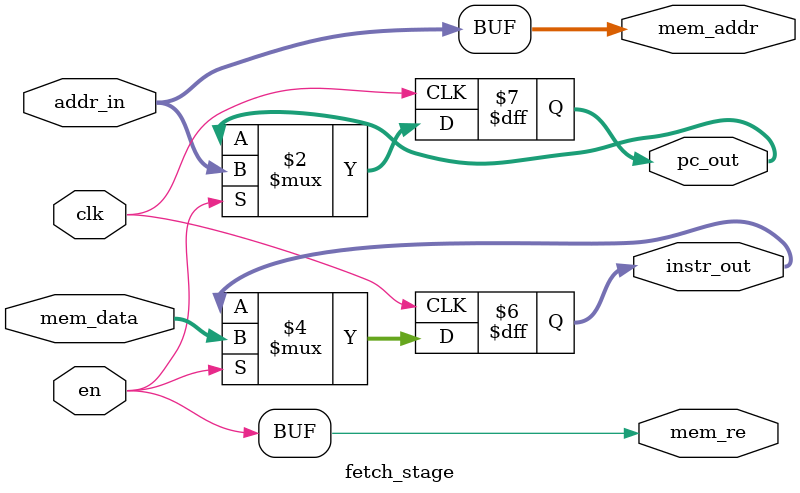
<source format=v>
module fetch_stage (
	input clk,
	input en,

	input [23:0] addr_in,
	output mem_re,
	output [23:0] mem_addr,
	input [15:0] mem_data,
	
	output reg [15:0] instr_out,
	output reg [23:0] pc_out
);

	assign mem_re = en;

	always @(posedge clk) begin
		if(en) begin
			instr_out <= mem_data;
			pc_out <= addr_in;
		end
	end
	
	assign mem_addr = addr_in;

endmodule

</source>
